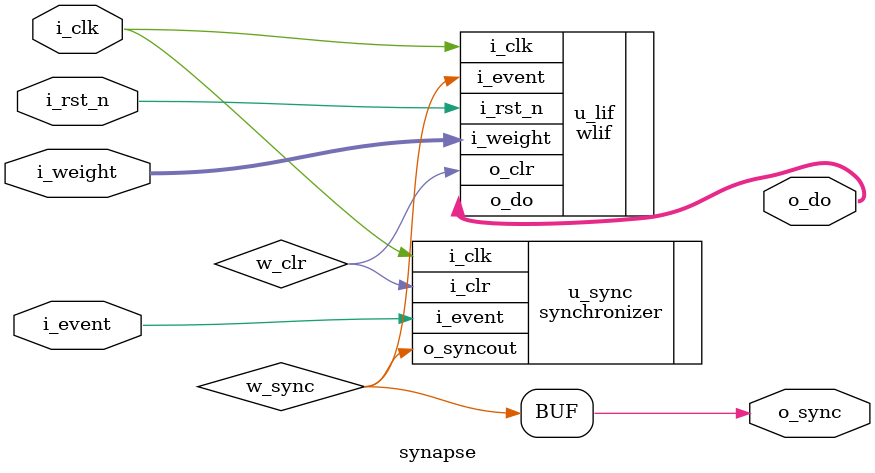
<source format=v>
module synapse 
#(
parameter p_width = 8,
parameter p_shift = 8)
(
input                           i_event,
input                           i_rst_n,
input                           i_clk,
input   [p_width-1:0]           i_weight,
output                          o_sync,
output  [p_width+p_shift-1:0]  o_do
);

wire   w_clr;
wire   w_sync;
assign o_sync = w_sync;

synchronizer u_sync
(
.i_event(i_event),
.i_clk(i_clk),
.i_clr(w_clr),
.o_syncout(w_sync)
);


wlif
#(.p_width(p_width),
  .p_nbit(p_shift)) u_lif
(
.i_event(w_sync),
.i_rst_n(i_rst_n),
.i_clk(i_clk),
.i_weight(i_weight),
.o_clr(w_clr),
.o_do(o_do)
);

endmodule
</source>
